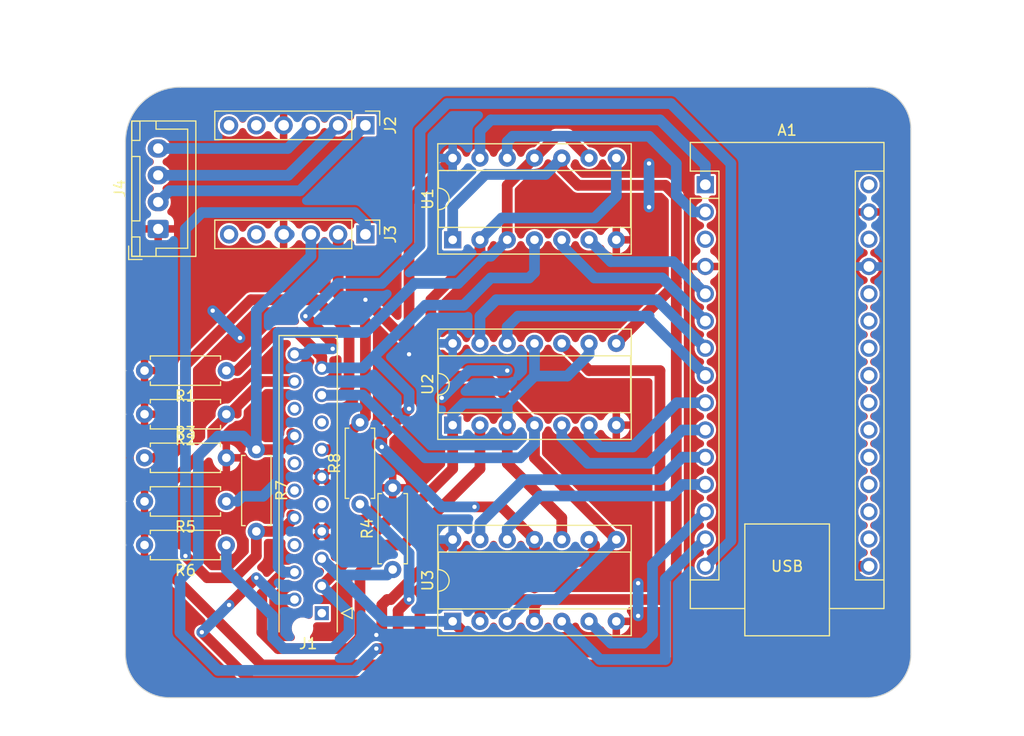
<source format=kicad_pcb>
(kicad_pcb (version 20221018) (generator pcbnew)
  (layers (0 "F.Cu" signal) (31 "B.Cu" signal) (34 "B.Paste" user) (35 "F.Paste" user) (36 "B.SilkS" user "B.Silkscreen") (37 "F.SilkS" user "F.Silkscreen") (38 "B.Mask" user) (39 "F.Mask" user) (44 "Edge.Cuts" user))
  (net 0 "")
  (net 1 "D")
  (net 2 "A")
  (net 4 "B")
  (net 5 "C")
  (net 6 "D'")
  (net 7 "A'")
  (net 8 "B'")
  (net 9 "C'")
  (net 10 "D''")
  (net 11 "A''")
  (net 12 "B''")
  (net 13 "C''")
  (net 24 "+5V")
  (net 27 "1")
  (net 28 "2")
  (net 29 "3")
  (net 30 "4")
  (net 31 "5")
  (net 32 "6")
  (net 33 "8")
  (net 34 "9")
  (net 35 "10")
  (net 36 "11")
  (net 37 "12")
  (net 38 "13")
  (net 39 "14")
  (net 40 "15")
  (net 41 "16")
  (net 42 "17")
  (net 43 "18")
  (net 44 "19")
  (net 45 "20")
  (net 46 "3V3")
  (net 47 "SCL2")
  (net 48 "SDA2")
  (footprint "Resistor_THT:R_Axial_DIN0207_L6.3mm_D2.5mm_P7.62mm_Horizontal" (layer "F.Cu") (at 59.69 89.916)
    (fp_text reference "R3" (at 3.81 -2.37) (layer "F.SilkS"))
    (fp_text value "20k")
    (pad "1" thru_hole circle (at 0 0) (size 1.6 1.6) (drill 0.8) (layers "*.Cu" "*.Mask") (net 42 "17"))
    (pad "2" thru_hole oval (at 7.62 0) (size 1.6 1.6) (drill 0.8) (layers "*.Cu" "*.Mask") (net 36 "11"))
  )
  (footprint "Package_DIP:DIP-14_W7.62mm_Socket" (layer "F.Cu") (at 88.392 105.156 90)
    (fp_text reference "U3" (at 3.81 -2.33 90) (layer "F.SilkS"))
    (fp_text value "~")
    (pad "1" thru_hole rect (at 0 0 90) (size 1.6 1.6) (drill 0.8) (layers "*.Cu" "*.Mask") (net 31 "5"))
    (pad "2" thru_hole oval (at 0 2.54 90) (size 1.6 1.6) (drill 0.8) (layers "*.Cu" "*.Mask") (net 43 "18"))
    (pad "3" thru_hole oval (at 0 5.08 90) (size 1.6 1.6) (drill 0.8) (layers "*.Cu" "*.Mask") (net 42 "17"))
    (pad "4" thru_hole oval (at 0 7.62 90) (size 1.6 1.6) (drill 0.8) (layers "*.Cu" "*.Mask") (net 43 "18"))
    (pad "5" thru_hole oval (at 0 10.16 90) (size 1.6 1.6) (drill 0.8) (layers "*.Cu" "*.Mask") (net 12 "B''"))
    (pad "6" thru_hole oval (at 0 12.7 90) (size 1.6 1.6) (drill 0.8) (layers "*.Cu" "*.Mask") (net 13 "C''"))
    (pad "7" thru_hole oval (at 0 15.24 90) (size 1.6 1.6) (drill 0.8) (layers "*.Cu" "*.Mask") (net 36 "11"))
    (pad "8" thru_hole oval (at 7.62 15.24 90) (size 1.6 1.6) (drill 0.8) (layers "*.Cu" "*.Mask") (net 42 "17"))
    (pad "9" thru_hole oval (at 7.62 12.7 90) (size 1.6 1.6) (drill 0.8) (layers "*.Cu" "*.Mask") (net 44 "19"))
    (pad "10" thru_hole oval (at 7.62 10.16 90) (size 1.6 1.6) (drill 0.8) (layers "*.Cu" "*.Mask") (net 29 "3"))
    (pad "11" thru_hole oval (at 7.62 7.62 90) (size 1.6 1.6) (drill 0.8) (layers "*.Cu" "*.Mask") (net 44 "19"))
    (pad "12" thru_hole oval (at 7.62 5.08 90) (size 1.6 1.6) (drill 0.8) (layers "*.Cu" "*.Mask") (net 10 "D''"))
    (pad "13" thru_hole oval (at 7.62 2.54 90) (size 1.6 1.6) (drill 0.8) (layers "*.Cu" "*.Mask") (net 11 "A''"))
    (pad "14" thru_hole oval (at 7.62 0 90) (size 1.6 1.6) (drill 0.8) (layers "*.Cu" "*.Mask") (net 24 "+5V"))
  )
  (footprint "Connector_PinHeader_2.54mm:PinHeader_1x06_P2.54mm_Vertical" (layer "F.Cu") (at 80.264 58.928 -90)
    (fp_text reference "J2" (at 0 -2.33 90) (layer "F.SilkS"))
    (fp_text value "Conn_01x04_Pin")
    (pad "1" thru_hole rect (at 0 0 270) (size 1.7 1.7) (drill 1) (layers "*.Cu" "*.Mask") (net 47 "SCL2"))
    (pad "2" thru_hole oval (at 0 2.54 270) (size 1.7 1.7) (drill 1) (layers "*.Cu" "*.Mask") (net 48 "SDA2"))
    (pad "3" thru_hole oval (at 0 5.08 270) (size 1.7 1.7) (drill 1) (layers "*.Cu" "*.Mask") (net 46 "3V3"))
    (pad "4" thru_hole oval (at 0 7.62 270) (size 1.7 1.7) (drill 1) (layers "*.Cu" "*.Mask") (net 36 "11"))
    (pad "5" thru_hole oval (at 0 10.16 270) (size 1.7 1.7) (drill 1) (layers "*.Cu" "*.Mask"))
    (pad "6" thru_hole oval (at 0 12.7 270) (size 1.7 1.7) (drill 1) (layers "*.Cu" "*.Mask"))
  )
  (footprint "Resistor_THT:R_Axial_DIN0207_L6.3mm_D2.5mm_P7.62mm_Horizontal" (layer "F.Cu") (at 67.31 93.98 180)
    (fp_text reference "R5" (at 3.81 -2.37) (layer "F.SilkS"))
    (fp_text value "20k")
    (pad "1" thru_hole circle (at 0 0 180) (size 1.6 1.6) (drill 0.8) (layers "*.Cu" "*.Mask") (net 30 "4"))
    (pad "2" thru_hole oval (at 7.62 0 180) (size 1.6 1.6) (drill 0.8) (layers "*.Cu" "*.Mask") (net 36 "11"))
  )
  (footprint "Package_DIP:DIP-14_W7.62mm_Socket" (layer "F.Cu") (at 88.392 69.596 90)
    (fp_text reference "U1" (at 3.81 -2.33 90) (layer "F.SilkS"))
    (fp_text value "~")
    (pad "1" thru_hole rect (at 0 0 90) (size 1.6 1.6) (drill 0.8) (layers "*.Cu" "*.Mask") (net 31 "5"))
    (pad "2" thru_hole oval (at 0 2.54 90) (size 1.6 1.6) (drill 0.8) (layers "*.Cu" "*.Mask") (net 42 "17"))
    (pad "3" thru_hole oval (at 0 5.08 90) (size 1.6 1.6) (drill 0.8) (layers "*.Cu" "*.Mask") (net 30 "4"))
    (pad "4" thru_hole oval (at 0 7.62 90) (size 1.6 1.6) (drill 0.8) (layers "*.Cu" "*.Mask") (net 44 "19"))
    (pad "5" thru_hole oval (at 0 10.16 90) (size 1.6 1.6) (drill 0.8) (layers "*.Cu" "*.Mask") (net 4 "B"))
    (pad "6" thru_hole oval (at 0 12.7 90) (size 1.6 1.6) (drill 0.8) (layers "*.Cu" "*.Mask") (net 5 "C"))
    (pad "7" thru_hole oval (at 0 15.24 90) (size 1.6 1.6) (drill 0.8) (layers "*.Cu" "*.Mask") (net 36 "11"))
    (pad "8" thru_hole oval (at 7.62 15.24 90) (size 1.6 1.6) (drill 0.8) (layers "*.Cu" "*.Mask") (net 42 "17"))
    (pad "9" thru_hole oval (at 7.62 12.7 90) (size 1.6 1.6) (drill 0.8) (layers "*.Cu" "*.Mask") (net 30 "4"))
    (pad "10" thru_hole oval (at 7.62 10.16 90) (size 1.6 1.6) (drill 0.8) (layers "*.Cu" "*.Mask") (net 31 "5"))
    (pad "11" thru_hole oval (at 7.62 7.62 90) (size 1.6 1.6) (drill 0.8) (layers "*.Cu" "*.Mask") (net 30 "4"))
    (pad "12" thru_hole oval (at 7.62 5.08 90) (size 1.6 1.6) (drill 0.8) (layers "*.Cu" "*.Mask") (net 1 "D"))
    (pad "13" thru_hole oval (at 7.62 2.54 90) (size 1.6 1.6) (drill 0.8) (layers "*.Cu" "*.Mask") (net 2 "A"))
    (pad "14" thru_hole oval (at 7.62 0 90) (size 1.6 1.6) (drill 0.8) (layers "*.Cu" "*.Mask") (net 24 "+5V"))
  )
  (footprint "Module:Arduino_Nano" (layer "F.Cu") (at 111.923 64.462)
    (fp_text reference "A1" (at 7.62 -5.08) (layer "F.SilkS"))
    (fp_text value "Arduino_Nano_v2.x")
    (fp_text user "USB" (at 7.62 35.56 unlocked) (layer "F.SilkS"))
    (pad "1" thru_hole rect (at 0 0) (size 1.6 1.6) (drill 1) (layers "*.Cu" "*.Mask") (net 2 "A"))
    (pad "2" thru_hole oval (at 0 2.54) (size 1.6 1.6) (drill 1) (layers "*.Cu" "*.Mask") (net 1 "D"))
    (pad "3" thru_hole oval (at 0 5.08) (size 1.6 1.6) (drill 1) (layers "*.Cu" "*.Mask"))
    (pad "4" thru_hole oval (at 0 7.62) (size 1.6 1.6) (drill 1) (layers "*.Cu" "*.Mask") (net 36 "11"))
    (pad "5" thru_hole oval (at 0 10.16) (size 1.6 1.6) (drill 1) (layers "*.Cu" "*.Mask") (net 5 "C"))
    (pad "6" thru_hole oval (at 0 12.7) (size 1.6 1.6) (drill 1) (layers "*.Cu" "*.Mask") (net 4 "B"))
    (pad "7" thru_hole oval (at 0 15.24) (size 1.6 1.6) (drill 1) (layers "*.Cu" "*.Mask") (net 7 "A'"))
    (pad "8" thru_hole oval (at 0 17.78) (size 1.6 1.6) (drill 1) (layers "*.Cu" "*.Mask") (net 6 "D'"))
    (pad "9" thru_hole oval (at 0 20.32) (size 1.6 1.6) (drill 1) (layers "*.Cu" "*.Mask") (net 9 "C'"))
    (pad "10" thru_hole oval (at 0 22.86) (size 1.6 1.6) (drill 1) (layers "*.Cu" "*.Mask") (net 8 "B'"))
    (pad "11" thru_hole oval (at 0 25.4) (size 1.6 1.6) (drill 1) (layers "*.Cu" "*.Mask") (net 11 "A''"))
    (pad "12" thru_hole oval (at 0 27.94) (size 1.6 1.6) (drill 1) (layers "*.Cu" "*.Mask") (net 10 "D''"))
    (pad "13" thru_hole oval (at 0 30.48) (size 1.6 1.6) (drill 1) (layers "*.Cu" "*.Mask") (net 13 "C''"))
    (pad "14" thru_hole oval (at 0 33.02) (size 1.6 1.6) (drill 1) (layers "*.Cu" "*.Mask") (net 12 "B''"))
    (pad "15" thru_hole oval (at 0 35.56) (size 1.6 1.6) (drill 1) (layers "*.Cu" "*.Mask") (net 45 "20"))
    (pad "16" thru_hole oval (at 15.24 35.56) (size 1.6 1.6) (drill 1) (layers "*.Cu" "*.Mask") (net 28 "2"))
    (pad "17" thru_hole oval (at 15.24 33.02) (size 1.6 1.6) (drill 1) (layers "*.Cu" "*.Mask"))
    (pad "18" thru_hole oval (at 15.24 30.48) (size 1.6 1.6) (drill 1) (layers "*.Cu" "*.Mask"))
    (pad "19" thru_hole oval (at 15.24 27.94) (size 1.6 1.6) (drill 1) (layers "*.Cu" "*.Mask"))
    (pad "20" thru_hole oval (at 15.24 25.4) (size 1.6 1.6) (drill 1) (layers "*.Cu" "*.Mask"))
    (pad "21" thru_hole oval (at 15.24 22.86) (size 1.6 1.6) (drill 1) (layers "*.Cu" "*.Mask"))
    (pad "22" thru_hole oval (at 15.24 20.32) (size 1.6 1.6) (drill 1) (layers "*.Cu" "*.Mask"))
    (pad "23" thru_hole oval (at 15.24 17.78) (size 1.6 1.6) (drill 1) (layers "*.Cu" "*.Mask"))
    (pad "24" thru_hole oval (at 15.24 15.24) (size 1.6 1.6) (drill 1) (layers "*.Cu" "*.Mask"))
    (pad "25" thru_hole oval (at 15.24 12.7) (size 1.6 1.6) (drill 1) (layers "*.Cu" "*.Mask"))
    (pad "26" thru_hole oval (at 15.24 10.16) (size 1.6 1.6) (drill 1) (layers "*.Cu" "*.Mask"))
    (pad "27" thru_hole oval (at 15.24 7.62) (size 1.6 1.6) (drill 1) (layers "*.Cu" "*.Mask") (net 24 "+5V"))
    (pad "28" thru_hole oval (at 15.24 5.08) (size 1.6 1.6) (drill 1) (layers "*.Cu" "*.Mask"))
    (pad "29" thru_hole oval (at 15.24 2.54) (size 1.6 1.6) (drill 1) (layers "*.Cu" "*.Mask") (net 36 "11"))
    (pad "30" thru_hole oval (at 15.24 0) (size 1.6 1.6) (drill 1) (layers "*.Cu" "*.Mask"))
  )
  (footprint "Resistor_THT:R_Axial_DIN0207_L6.3mm_D2.5mm_P7.62mm_Horizontal" (layer "F.Cu") (at 67.31 81.788 180)
    (fp_text reference "R1" (at 3.81 -2.37) (layer "F.SilkS"))
    (fp_text value "20k")
    (pad "1" thru_hole circle (at 0 0 180) (size 1.6 1.6) (drill 0.8) (layers "*.Cu" "*.Mask") (net 44 "19"))
    (pad "2" thru_hole oval (at 7.62 0 180) (size 1.6 1.6) (drill 0.8) (layers "*.Cu" "*.Mask") (net 36 "11"))
  )
  (footprint "Resistor_THT:R_Axial_DIN0207_L6.3mm_D2.5mm_P7.62mm_Horizontal" (layer "F.Cu") (at 79.756 94.234 90)
    (fp_text reference "R8" (at 3.81 -2.37 90) (layer "F.SilkS"))
    (fp_text value "10k")
    (pad "1" thru_hole circle (at 0 0 90) (size 1.6 1.6) (drill 0.8) (layers "*.Cu" "*.Mask") (net 39 "14"))
    (pad "2" thru_hole oval (at 7.62 0 90) (size 1.6 1.6) (drill 0.8) (layers "*.Cu" "*.Mask") (net 38 "13"))
  )
  (footprint "Connector_JST:JST_XH_B4B-XH-A_1x04_P2.50mm_Vertical" (layer "F.Cu") (at 60.96 68.58 90)
    (fp_text reference "J4" (at 3.75 -3.55 90) (layer "F.SilkS"))
    (fp_text value "Conn_01x04_Pin")
    (pad "1" thru_hole roundrect (at 0 0 90) (size 1.7 1.95) (drill 0.95) (layers "*.Cu" "*.Mask") (roundrect_rratio 0.1470588235) (net 36 "11"))
    (pad "2" thru_hole oval (at 2.5 0 90) (size 1.7 1.95) (drill 0.95) (layers "*.Cu" "*.Mask") (net 47 "SCL2"))
    (pad "3" thru_hole oval (at 5 0 90) (size 1.7 1.95) (drill 0.95) (layers "*.Cu" "*.Mask") (net 48 "SDA2"))
    (pad "4" thru_hole oval (at 7.5 0 90) (size 1.7 1.95) (drill 0.95) (layers "*.Cu" "*.Mask") (net 46 "3V3"))
  )
  (footprint "Connector_PinHeader_2.54mm:PinHeader_1x06_P2.54mm_Vertical" (layer "F.Cu") (at 80.264 69.088 -90)
    (fp_text reference "J3" (at 0 -2.33 90) (layer "F.SilkS"))
    (fp_text value "Conn_01x04_Pin")
    (pad "1" thru_hole rect (at 0 0 270) (size 1.7 1.7) (drill 1) (layers "*.Cu" "*.Mask") (net 33 "8"))
    (pad "2" thru_hole oval (at 0 2.54 270) (size 1.7 1.7) (drill 1) (layers "*.Cu" "*.Mask") (net 38 "13"))
    (pad "3" thru_hole oval (at 0 5.08 270) (size 1.7 1.7) (drill 1) (layers "*.Cu" "*.Mask") (net 39 "14"))
    (pad "4" thru_hole oval (at 0 7.62 270) (size 1.7 1.7) (drill 1) (layers "*.Cu" "*.Mask") (net 36 "11"))
    (pad "5" thru_hole oval (at 0 10.16 270) (size 1.7 1.7) (drill 1) (layers "*.Cu" "*.Mask"))
    (pad "6" thru_hole oval (at 0 12.7 270) (size 1.7 1.7) (drill 1) (layers "*.Cu" "*.Mask"))
  )
  (footprint "Resistor_THT:R_Axial_DIN0207_L6.3mm_D2.5mm_P7.62mm_Horizontal" (layer "F.Cu") (at 82.804 100.33 90)
    (fp_text reference "R4" (at 3.81 -2.37 90) (layer "F.SilkS"))
    (fp_text value "20k")
    (pad "1" thru_hole circle (at 0 0 90) (size 1.6 1.6) (drill 0.8) (layers "*.Cu" "*.Mask") (net 31 "5"))
    (pad "2" thru_hole oval (at 7.62 0 90) (size 1.6 1.6) (drill 0.8) (layers "*.Cu" "*.Mask") (net 36 "11"))
  )
  (footprint "Resistor_THT:R_Axial_DIN0207_L6.3mm_D2.5mm_P7.62mm_Horizontal" (layer "F.Cu") (at 67.31 85.852 180)
    (fp_text reference "R2" (at 3.81 -2.37) (layer "F.SilkS"))
    (fp_text value "20k")
    (pad "1" thru_hole circle (at 0 0 180) (size 1.6 1.6) (drill 0.8) (layers "*.Cu" "*.Mask") (net 43 "18"))
    (pad "2" thru_hole oval (at 7.62 0 180) (size 1.6 1.6) (drill 0.8) (layers "*.Cu" "*.Mask") (net 36 "11"))
  )
  (footprint "Resistor_THT:R_Axial_DIN0207_L6.3mm_D2.5mm_P7.62mm_Horizontal" (layer "F.Cu") (at 67.31 98.044 180)
    (fp_text reference "R6" (at 3.81 -2.37) (layer "F.SilkS"))
    (fp_text value "20k")
    (pad "1" thru_hole circle (at 0 0 180) (size 1.6 1.6) (drill 0.8) (layers "*.Cu" "*.Mask") (net 29 "3"))
    (pad "2" thru_hole oval (at 7.62 0 180) (size 1.6 1.6) (drill 0.8) (layers "*.Cu" "*.Mask") (net 36 "11"))
  )
  (footprint "Package_DIP:DIP-14_W7.62mm_Socket" (layer "F.Cu") (at 88.392 86.868 90)
    (fp_text reference "U2" (at 3.81 -2.33 90) (layer "F.SilkS"))
    (fp_text value "~")
    (pad "1" thru_hole rect (at 0 0 90) (size 1.6 1.6) (drill 0.8) (layers "*.Cu" "*.Mask") (net 29 "3"))
    (pad "2" thru_hole oval (at 0 2.54 90) (size 1.6 1.6) (drill 0.8) (layers "*.Cu" "*.Mask") (net 30 "4"))
    (pad "3" thru_hole oval (at 0 5.08 90) (size 1.6 1.6) (drill 0.8) (layers "*.Cu" "*.Mask") (net 29 "3"))
    (pad "4" thru_hole oval (at 0 7.62 90) (size 1.6 1.6) (drill 0.8) (layers "*.Cu" "*.Mask") (net 42 "17"))
    (pad "5" thru_hole oval (at 0 10.16 90) (size 1.6 1.6) (drill 0.8) (layers "*.Cu" "*.Mask") (net 8 "B'"))
    (pad "6" thru_hole oval (at 0 12.7 90) (size 1.6 1.6) (drill 0.8) (layers "*.Cu" "*.Mask") (net 9 "C'"))
    (pad "7" thru_hole oval (at 0 15.24 90) (size 1.6 1.6) (drill 0.8) (layers "*.Cu" "*.Mask") (net 36 "11"))
    (pad "8" thru_hole oval (at 7.62 15.24 90) (size 1.6 1.6) (drill 0.8) (layers "*.Cu" "*.Mask") (net 31 "5"))
    (pad "9" thru_hole oval (at 7.62 12.7 90) (size 1.6 1.6) (drill 0.8) (layers "*.Cu" "*.Mask") (net 29 "3"))
    (pad "10" thru_hole oval (at 7.62 10.16 90) (size 1.6 1.6) (drill 0.8) (layers "*.Cu" "*.Mask") (net 43 "18"))
    (pad "11" thru_hole oval (at 7.62 7.62 90) (size 1.6 1.6) (drill 0.8) (layers "*.Cu" "*.Mask") (net 29 "3"))
    (pad "12" thru_hole oval (at 7.62 5.08 90) (size 1.6 1.6) (drill 0.8) (layers "*.Cu" "*.Mask") (net 6 "D'"))
    (pad "13" thru_hole oval (at 7.62 2.54 90) (size 1.6 1.6) (drill 0.8) (layers "*.Cu" "*.Mask") (net 7 "A'"))
    (pad "14" thru_hole oval (at 7.62 0 90) (size 1.6 1.6) (drill 0.8) (layers "*.Cu" "*.Mask") (net 24 "+5V"))
  )
  (footprint "Connector_TE-Connectivity:TE_Micro-MaTch_2-215079-0_2x10_P1.27mm_Vertical" (layer "F.Cu") (at 76.2 104.394 180)
    (fp_text reference "J1" (at 1.27 -2.84) (layer "F.SilkS"))
    (fp_text value "Grey_Ribbon_Main_PCB")
    (pad "" np_thru_hole circle (at 1.8 -1.4 180) (size 1.5 1.5) (drill 1.5) (layers "*.Cu" "*.Mask"))
    (pad "1" thru_hole rect (at 0 0 180) (size 1.3 1.3) (drill 0.8) (layers "*.Cu" "*.Mask") (net 27 "1"))
    (pad "2" thru_hole circle (at 2.54 1.27 180) (size 1.3 1.3) (drill 0.8) (layers "*.Cu" "*.Mask") (net 28 "2"))
    (pad "3" thru_hole circle (at 0 2.54 180) (size 1.3 1.3) (drill 0.8) (layers "*.Cu" "*.Mask") (net 29 "3"))
    (pad "4" thru_hole circle (at 2.54 3.81 180) (size 1.3 1.3) (drill 0.8) (layers "*.Cu" "*.Mask") (net 30 "4"))
    (pad "5" thru_hole circle (at 0 5.08 180) (size 1.3 1.3) (drill 0.8) (layers "*.Cu" "*.Mask") (net 31 "5"))
    (pad "6" thru_hole circle (at 2.54 6.35 180) (size 1.3 1.3) (drill 0.8) (layers "*.Cu" "*.Mask") (net 32 "6"))
    (pad "7" thru_hole circle (at 0 7.62 180) (size 1.3 1.3) (drill 0.8) (layers "*.Cu" "*.Mask") (net 36 "11"))
    (pad "8" thru_hole circle (at 2.54 8.89 180) (size 1.3 1.3) (drill 0.8) (layers "*.Cu" "*.Mask") (net 33 "8"))
    (pad "9" thru_hole circle (at 0 10.16 180) (size 1.3 1.3) (drill 0.8) (layers "*.Cu" "*.Mask") (net 34 "9"))
    (pad "10" thru_hole circle (at 2.54 11.43 180) (size 1.3 1.3) (drill 0.8) (layers "*.Cu" "*.Mask") (net 35 "10"))
    (pad "11" thru_hole circle (at 0 12.7 180) (size 1.3 1.3) (drill 0.8) (layers "*.Cu" "*.Mask") (net 36 "11"))
    (pad "12" thru_hole circle (at 2.54 13.97 180) (size 1.3 1.3) (drill 0.8) (layers "*.Cu" "*.Mask") (net 37 "12"))
    (pad "13" thru_hole circle (at 0 15.24 180) (size 1.3 1.3) (drill 0.8) (layers "*.Cu" "*.Mask") (net 38 "13"))
    (pad "14" thru_hole circle (at 2.54 16.51 180) (size 1.3 1.3) (drill 0.8) (layers "*.Cu" "*.Mask") (net 39 "14"))
    (pad "15" thru_hole circle (at 0 17.78 180) (size 1.3 1.3) (drill 0.8) (layers "*.Cu" "*.Mask") (net 40 "15"))
    (pad "16" thru_hole circle (at 2.54 19.05 180) (size 1.3 1.3) (drill 0.8) (layers "*.Cu" "*.Mask") (net 41 "16"))
    (pad "17" thru_hole circle (at 0 20.32 180) (size 1.3 1.3) (drill 0.8) (layers "*.Cu" "*.Mask") (net 42 "17"))
    (pad "18" thru_hole circle (at 2.54 21.59 180) (size 1.3 1.3) (drill 0.8) (layers "*.Cu" "*.Mask") (net 43 "18"))
    (pad "19" thru_hole circle (at 0 22.86 180) (size 1.3 1.3) (drill 0.8) (layers "*.Cu" "*.Mask") (net 44 "19"))
    (pad "20" thru_hole circle (at 2.54 24.13 180) (size 1.3 1.3) (drill 0.8) (layers "*.Cu" "*.Mask") (net 45 "20"))
  )
  (footprint "Resistor_THT:R_Axial_DIN0207_L6.3mm_D2.5mm_P7.62mm_Horizontal" (layer "F.Cu") (at 70.104 89.154 -90)
    (fp_text reference "R7" (at 3.81 -2.37 90) (layer "F.SilkS"))
    (fp_text value "10k")
    (pad "1" thru_hole circle (at 0 0 270) (size 1.6 1.6) (drill 0.8) (layers "*.Cu" "*.Mask") (net 39 "14"))
    (pad "2" thru_hole oval (at 7.62 0 270) (size 1.6 1.6) (drill 0.8) (layers "*.Cu" "*.Mask") (net 33 "8"))
  )
  (gr_line (start 61.976 112.268) (end 127 112.268) (stroke (width 0.1)) (layer "Edge.Cuts"))
  (gr_line (start 57.912 60.452) (end 57.912 108.204) (stroke (width 0.1)) (layer "Edge.Cuts"))
  (gr_arc (start 131.064 108.204) (mid 129.873682 111.077682) (end 127 112.268) (stroke (width 0.1)) (layer "Edge.Cuts"))
  (gr_arc (start 61.976 112.268) (mid 59.102318 111.077682) (end 57.912 108.204) (stroke (width 0.1)) (layer "Edge.Cuts"))
  (gr_line (start 131.064 108.204) (end 131.064 59.261682) (stroke (width 0.1)) (layer "Edge.Cuts"))
  (gr_arc (start 127 55.372) (mid 129.862659 56.448956) (end 131.064 59.261682) (stroke (width 0.1)) (layer "Edge.Cuts"))
  (gr_line (start 127 55.372) (end 63.028102 55.372) (stroke (width 0.1)) (layer "Edge.Cuts"))
  (gr_arc (start 57.912 60.452) (mid 59.412678 56.847121) (end 63.028102 55.372) (stroke (width 0.1)) (layer "Edge.Cuts"))
  (segment (start 109.22 62.484) (end 106.68 59.944) (width 1) (layer "B.Cu") (net 1))
  (segment (start 111.923 67.002) (end 110.79163 67.002) (width 1) (layer "B.Cu") (net 1))
  (segment (start 93.472 60.452) (end 93.472 61.976) (width 1) (layer "B.Cu") (net 1))
  (segment (start 110.79163 67.002) (end 109.22 65.43037) (width 1) (layer "B.Cu") (net 1))
  (segment (start 93.98 59.944) (end 93.472 60.452) (width 1) (layer "B.Cu") (net 1))
  (segment (start 106.68 59.944) (end 93.98 59.944) (width 1) (layer "B.Cu") (net 1))
  (segment (start 109.22 65.43037) (end 109.22 62.484) (width 1) (layer "B.Cu") (net 1))
  (segment (start 107.696 58.42) (end 91.948 58.42) (width 1) (layer "B.Cu") (net 2))
  (segment (start 91.948 58.42) (end 90.932 59.436) (width 1) (layer "B.Cu") (net 2))
  (segment (start 111.923 64.462) (end 111.923 62.647) (width 1) (layer "B.Cu") (net 2))
  (segment (start 111.923 62.647) (end 107.696 58.42) (width 1) (layer "B.Cu") (net 2))
  (segment (start 90.932 59.436) (end 90.932 61.976) (width 1) (layer "B.Cu") (net 2))
  (segment (start 111.923 77.162) (end 107.913 73.152) (width 1) (layer "B.Cu") (net 4))
  (segment (start 101.6 73.152) (end 98.552 70.104) (width 1) (layer "B.Cu") (net 4))
  (segment (start 98.552 70.104) (end 98.552 69.596) (width 1) (layer "B.Cu") (net 4))
  (segment (start 107.913 73.152) (end 101.6 73.152) (width 1) (layer "B.Cu") (net 4))
  (segment (start 111.923 74.622) (end 108.929 71.628) (width 1) (layer "B.Cu") (net 5))
  (segment (start 103.124 71.628) (end 101.092 69.596) (width 1) (layer "B.Cu") (net 5))
  (segment (start 108.929 71.628) (end 103.124 71.628) (width 1) (layer "B.Cu") (net 5))
  (segment (start 111.923 82.242) (end 106.68 76.999) (width 1) (layer "B.Cu") (net 6))
  (segment (start 93.472 77.724) (end 93.472 79.248) (width 1) (layer "B.Cu") (net 6))
  (segment (start 106.68 76.999) (end 106.68 76.708) (width 1) (layer "B.Cu") (net 6))
  (segment (start 106.68 76.708) (end 94.488 76.708) (width 1) (layer "B.Cu") (net 6))
  (segment (start 94.488 76.708) (end 93.472 77.724) (width 1) (layer "B.Cu") (net 6))
  (segment (start 90.932 76.708) (end 90.932 79.248) (width 1) (layer "B.Cu") (net 7))
  (segment (start 111.923 79.702) (end 107.405 75.184) (width 1) (layer "B.Cu") (net 7))
  (segment (start 92.456 75.184) (end 90.932 76.708) (width 1) (layer "B.Cu") (net 7))
  (segment (start 107.405 75.184) (end 92.456 75.184) (width 1) (layer "B.Cu") (net 7))
  (segment (start 106.68 90.424) (end 100.97663 90.424) (width 1) (layer "B.Cu") (net 8))
  (segment (start 111.923 87.322) (end 109.782 87.322) (width 1) (layer "B.Cu") (net 8))
  (segment (start 109.782 87.322) (end 106.68 90.424) (width 1) (layer "B.Cu") (net 8))
  (segment (start 100.97663 90.424) (end 98.552 87.99937) (width 1) (layer "B.Cu") (net 8))
  (segment (start 98.552 87.99937) (end 98.552 86.868) (width 1) (layer "B.Cu") (net 8))
  (segment (start 111.923 84.782) (end 109.274 84.782) (width 1) (layer "B.Cu") (net 9))
  (segment (start 101.092 87.884) (end 101.092 86.868) (width 1) (layer "B.Cu") (net 9))
  (segment (start 105.156 88.9) (end 102.108 88.9) (width 1) (layer "B.Cu") (net 9))
  (segment (start 109.274 84.782) (end 105.156 88.9) (width 1) (layer "B.Cu") (net 9))
  (segment (start 102.108 88.9) (end 101.092 87.884) (width 1) (layer "B.Cu") (net 9))
  (segment (start 111.923 92.402) (end 109.782 92.402) (width 1) (layer "B.Cu") (net 10))
  (segment (start 108.712 93.472) (end 96.52 93.472) (width 1) (layer "B.Cu") (net 10))
  (segment (start 109.782 92.402) (end 108.712 93.472) (width 1) (layer "B.Cu") (net 10))
  (segment (start 96.52 93.472) (end 93.472 96.52) (width 1) (layer "B.Cu") (net 10))
  (segment (start 93.472 96.52) (end 93.472 97.536) (width 1) (layer "B.Cu") (net 10))
  (segment (start 111.923 89.862) (end 109.782 89.862) (width 1) (layer "B.Cu") (net 11))
  (segment (start 109.782 89.862) (end 107.696 91.948) (width 1) (layer "B.Cu") (net 11))
  (segment (start 94.996 91.948) (end 90.932 96.012) (width 1) (layer "B.Cu") (net 11))
  (segment (start 107.696 91.948) (end 94.996 91.948) (width 1) (layer "B.Cu") (net 11))
  (segment (start 90.932 96.012) (end 90.932 97.536) (width 1) (layer "B.Cu") (net 11))
  (segment (start 108.204 108.712) (end 102.108 108.712) (width 1) (layer "B.Cu") (net 12))
  (segment (start 108.204 101.201) (end 108.204 108.712) (width 1) (layer "B.Cu") (net 12))
  (segment (start 111.923 97.482) (end 108.204 101.201) (width 1) (layer "B.Cu") (net 12))
  (segment (start 102.108 108.712) (end 98.552 105.156) (width 1) (layer "B.Cu") (net 12))
  (segment (start 103.124 107.188) (end 101.092 105.156) (width 1) (layer "B.Cu") (net 13))
  (segment (start 107.004 106.356) (end 106.172 107.188) (width 1) (layer "B.Cu") (net 13))
  (segment (start 111.923 94.942) (end 107.004 99.861) (width 1) (layer "B.Cu") (net 13))
  (segment (start 106.172 107.188) (end 103.124 107.188) (width 1) (layer "B.Cu") (net 13))
  (segment (start 107.004 99.861) (end 107.004 106.356) (width 1) (layer "B.Cu") (net 13))
  (segment (start 81.788 103.632) (end 81.788 105.918) (width 1) (layer "F.Cu") (net 24))
  (segment (start 82.296 103.124) (end 81.788 103.632) (width 1) (layer "F.Cu") (net 24))
  (segment (start 84.328 79.248) (end 80.264 75.184) (width 1) (layer "F.Cu") (net 24))
  (segment (start 84.328 80.264) (end 84.328 79.248) (width 1) (layer "F.Cu") (net 24))
  (segment (start 84.328 66.04) (end 88.392 61.976) (width 1) (layer "F.Cu") (net 24))
  (segment (start 84.328 80.264) (end 84.328 66.04) (width 1) (layer "F.Cu") (net 24))
  (segment (start 88.218944 97.536) (end 88.392 97.536) (width 1) (layer "F.Cu") (net 24))
  (segment (start 82.630944 103.124) (end 88.218944 97.536) (width 1) (layer "F.Cu") (net 24))
  (segment (start 82.296 103.124) (end 82.630944 103.124) (width 1) (layer "F.Cu") (net 24))
  (segment (start 81.788 105.918) (end 81.28 106.426) (width 1) (layer "F.Cu") (net 24))
  (via (at 84.328 80.264) (size 0.8) (drill 0.4) (layers "F.Cu" "B.Cu") (net 24))
  (via (at 80.264 75.184) (size 0.8) (drill 0.4) (layers "F.Cu" "B.Cu") (net 24))
  (via (at 81.28 106.426) (size 0.8) (drill 0.4) (layers "F.Cu" "B.Cu") (net 24))
  (segment (start 113.284 103.124) (end 116.386 100.022) (width 1) (layer "F.Cu") (net 28))
  (segment (start 111.252 109.22) (end 111.252 103.124) (width 1) (layer "F.Cu") (net 28))
  (segment (start 69.596 110.744) (end 109.728 110.744) (width 1) (layer "F.Cu") (net 28))
  (segment (start 111.252 103.124) (end 113.284 103.124) (width 1) (layer "F.Cu") (net 28))
  (segment (start 65.024 106.172) (end 69.596 110.744) (width 1) (layer "F.Cu") (net 28))
  (segment (start 70.104 101.092) (end 67.564 103.632) (width 1) (layer "F.Cu") (net 28))
  (segment (start 109.728 110.744) (end 111.252 109.22) (width 1) (layer "F.Cu") (net 28))
  (segment (start 116.386 100.022) (end 127.163 100.022) (width 1) (layer "F.Cu") (net 28))
  (via (at 70.104 101.092) (size 0.8) (drill 0.4) (layers "F.Cu" "B.Cu") (net 28))
  (via (at 67.564 103.632) (size 0.8) (drill 0.4) (layers "F.Cu" "B.Cu") (net 28))
  (via (at 65.024 106.172) (size 0.8) (drill 0.4) (layers "F.Cu" "B.Cu") (net 28))
  (segment (start 67.564 103.632) (end 65.024 106.172) (width 1) (layer "B.Cu") (net 28))
  (segment (start 72.136 103.124) (end 70.104 101.092) (width 1) (layer "B.Cu") (net 28))
  (segment (start 73.66 103.124) (end 72.136 103.124) (width 1) (layer "B.Cu") (net 28))
  (segment (start 98.552 95.504) (end 98.552 97.536) (width 1) (layer "F.Cu") (net 29))
  (segment (start 82.55 95.504) (end 83.82 95.504) (width 1) (layer "F.Cu") (net 29))
  (segment (start 83.82 95.504) (end 88.392 90.932) (width 1) (layer "F.Cu") (net 29))
  (segment (start 93.472 86.868) (end 93.472 90.424) (width 1) (layer "F.Cu") (net 29))
  (segment (start 93.472 90.424) (end 98.552 95.504) (width 1) (layer "F.Cu") (net 29))
  (segment (start 88.392 90.932) (end 88.392 86.868) (width 1) (layer "F.Cu") (net 29))
  (segment (start 76.2 101.854) (end 82.55 95.504) (width 1) (layer "F.Cu") (net 29))
  (segment (start 78.74 106.172) (end 77.216 107.696) (width 1) (layer "B.Cu") (net 29))
  (segment (start 88.392 86.868) (end 88.392 85.852) (width 1) (layer "B.Cu") (net 29))
  (segment (start 96.012 82.296) (end 99.06 82.296) (width 1) (layer "B.Cu") (net 29))
  (segment (start 77.216 107.696) (end 72.644 107.696) (width 1) (layer "B.Cu") (net 29))
  (segment (start 78.74 104.394) (end 78.74 106.172) (width 1) (layer "B.Cu") (net 29))
  (segment (start 96.012 79.248) (end 96.012 82.296) (width 1) (layer "B.Cu") (net 29))
  (segment (start 99.06 82.296) (end 101.092 80.264) (width 1) (layer "B.Cu") (net 29))
  (segment (start 88.392 85.852) (end 89.408 84.836) (width 1) (layer "B.Cu") (net 29))
  (segment (start 71.628 104.648) (end 67.31 100.33) (width 1) (layer "B.Cu") (net 29))
  (segment (start 93.472 84.836) (end 93.472 86.868) (width 1) (layer "B.Cu") (net 29))
  (segment (start 67.31 100.33) (end 67.31 98.044) (width 1) (layer "B.Cu") (net 29))
  (segment (start 101.092 80.264) (end 101.092 79.248) (width 1) (layer "B.Cu") (net 29))
  (segment (start 72.644 107.696) (end 71.628 106.68) (width 1) (layer "B.Cu") (net 29))
  (segment (start 96.012 82.296) (end 93.472 84.836) (width 1) (layer "B.Cu") (net 29))
  (segment (start 89.408 84.836) (end 93.472 84.836) (width 1) (layer "B.Cu") (net 29))
  (segment (start 71.628 106.68) (end 71.628 104.648) (width 1) (layer "B.Cu") (net 29))
  (segment (start 76.2 101.854) (end 78.74 104.394) (width 1) (layer "B.Cu") (net 29))
  (segment (start 99.06 59.944) (end 101.092 61.976) (width 1) (layer "F.Cu") (net 30))
  (segment (start 93.472 64.516) (end 96.012 61.976) (width 1) (layer "F.Cu") (net 30))
  (segment (start 73.66 100.584) (end 72.644 100.584) (width 1) (layer "F.Cu") (net 30))
  (segment (start 93.472 69.596) (end 93.472 64.516) (width 1) (layer "F.Cu") (net 30))
  (segment (start 82.296 98.044) (end 83.82 98.044) (width 1) (layer "F.Cu") (net 30))
  (segment (start 79.756 106.68) (end 79.756 100.584) (width 1) (layer "F.Cu") (net 30))
  (segment (start 70.612 102.616) (end 70.612 106.172) (width 1) (layer "F.Cu") (net 30))
  (segment (start 83.82 98.044) (end 90.932 90.932) (width 1) (layer "F.Cu") (net 30))
  (segment (start 90.932 90.932) (end 90.932 86.868) (width 1) (layer "F.Cu") (net 30))
  (segment (start 72.136 107.696) (end 78.74 107.696) (width 1) (layer "F.Cu") (net 30))
  (segment (start 96.012 61.976) (end 98.044 59.944) (width 1) (layer "F.Cu") (net 30))
  (segment (start 70.612 106.172) (end 72.136 107.696) (width 1) (layer "F.Cu") (net 30))
  (segment (start 98.044 59.944) (end 99.06 59.944) (width 1) (layer "F.Cu") (net 30))
  (segment (start 72.644 100.584) (end 70.612 102.616) (width 1) (layer "F.Cu") (net 30))
  (segment (start 78.74 107.696) (end 79.756 106.68) (width 1) (layer "F.Cu") (net 30))
  (segment (start 79.756 100.584) (end 82.296 98.044) (width 1) (layer "F.Cu") (net 30))
  (segment (start 88.9 73.66) (end 91.44 71.12) (width 1) (layer "B.Cu") (net 30))
  (segment (start 70.725321 93.496) (end 72.136 92.085321) (width 1) (layer "B.Cu") (net 30))
  (segment (start 68.81 93.496) (end 70.725321 93.496) (width 1) (layer "B.Cu") (net 30))
  (segment (start 72.136 100.076) (end 72.644 100.584) (width 1) (layer "B.Cu") (net 30))
  (segment (start 91.948 71.12) (end 93.472 69.596) (width 1) (layer "B.Cu") (net 30))
  (segment (start 72.136 92.085321) (end 72.136 100.076) (width 1) (layer "B.Cu") (net 30))
  (segment (start 68.326 93.98) (end 68.81 93.496) (width 1) (layer "B.Cu") (net 30))
  (segment (start 80.264 78.232) (end 84.836 73.66) (width 1) (layer "B.Cu") (net 30))
  (segment (start 72.644 100.584) (end 73.66 100.584) (width 1) (layer "B.Cu") (net 30))
  (segment (start 84.836 73.66) (end 88.9 73.66) (width 1) (layer "B.Cu") (net 30))
  (segment (start 72.136 78.232) (end 80.264 78.232) (width 1) (layer "B.Cu") (net 30))
  (segment (start 91.44 71.12) (end 91.948 71.12) (width 1) (layer "B.Cu") (net 30))
  (segment (start 72.136 92.085321) (end 72.136 78.232) (width 1) (layer "B.Cu") (net 30))
  (segment (start 100.076 64.516) (end 98.552 62.992) (width 1) (layer "F.Cu") (net 31))
  (segment (start 92.456 109.22) (end 88.392 105.156) (width 1) (layer "F.Cu") (net 31))
  (segment (start 98.552 62.992) (end 98.552 61.976) (width 1) (layer "F.Cu") (net 31))
  (segment (start 109.22 73.66) (end 109.22 108.712) (width 1) (layer "F.Cu") (net 31))
  (segment (start 109.22 73.66) (end 109.22 65.532) (width 1) (layer "F.Cu") (net 31))
  (segment (start 109.22 65.532) (end 108.204 64.516) (width 1) (layer "F.Cu") (net 31))
  (segment (start 109.22 108.712) (end 108.712 109.22) (width 1) (layer "F.Cu") (net 31))
  (segment (start 103.632 79.248) (end 109.22 73.66) (width 1) (layer "F.Cu") (net 31))
  (segment (start 108.712 109.22) (end 92.456 109.22) (width 1) (layer "F.Cu") (net 31))
  (segment (start 108.204 64.516) (end 100.076 64.516) (width 1) (layer "F.Cu") (net 31))
  (segment (start 82.296 100.838) (end 77.724 100.838) (width 1) (layer "B.Cu") (net 31))
  (segment (start 97.028 63.5) (end 91.44 63.5) (width 1) (layer "B.Cu") (net 31))
  (segment (start 77.724 100.838) (end 76.2 99.314) (width 1) (layer "B.Cu") (net 31))
  (segment (start 88.392 66.548) (end 88.392 69.596) (width 1) (layer "B.Cu") (net 31))
  (segment (start 98.552 61.976) (end 97.028 63.5) (width 1) (layer "B.Cu") (net 31))
  (segment (start 88.392 105.156) (end 82.042 105.156) (width 1) (layer "B.Cu") (net 31))
  (segment (start 91.44 63.5) (end 88.392 66.548) (width 1) (layer "B.Cu") (net 31))
  (segment (start 82.042 105.156) (end 76.2 99.314) (width 1) (layer "B.Cu") (net 31))
  (segment (start 70.104 99.06) (end 68.072 101.092) (width 1) (layer "F.Cu") (net 33))
  (segment (start 72.39 96.774) (end 73.66 95.504) (width 1) (layer "F.Cu") (net 33))
  (segment (start 70.104 96.774) (end 70.104 99.06) (width 1) (layer "F.Cu") (net 33))
  (segment (start 70.104 96.774) (end 72.39 96.774) (width 1) (layer "F.Cu") (net 33))
  (segment (start 73.406 95.25) (end 73.66 95.504) (width 1) (layer "F.Cu") (net 33))
  (segment (start 65.532 101.092) (end 63.5 99.06) (width 1) (layer "F.Cu") (net 33))
  (segment (start 68.072 101.092) (end 65.532 101.092) (width 1) (layer "F.Cu") (net 33))
  (via (at 63.5 99.06) (size 0.8) (drill 0.4) (layers "F.Cu" "B.Cu") (net 33))
  (segment (start 79.248 67.056) (end 80.264 68.072) (width 1) (layer "B.Cu") (net 33))
  (segment (start 63.5 99.06) (end 63.5 68.58) (width 1) (layer "B.Cu") (net 33))
  (segment (start 63.5 68.58) (end 65.024 67.056) (width 1) (layer "B.Cu") (net 33))
  (segment (start 65.024 67.056) (end 79.248 67.056) (width 1) (layer "B.Cu") (net 33))
  (segment (start 80.264 68.072) (end 80.264 69.088) (width 1) (layer "B.Cu") (net 33))
  (via (at 106.68 66.548) (size 0.8) (drill 0.4) (layers "F.Cu" "B.Cu") (net 36))
  (via (at 93.472 81.788) (size 0.8) (drill 0.4) (layers "F.Cu" "B.Cu") (net 36))
  (via (at 66.04 76.2) (size 0.8) (drill 0.4) (layers "F.Cu" "B.Cu") (net 36))
  (via (at 106.68 62.484) (size 0.8) (drill 0.4) (layers "F.Cu" "B.Cu") (net 36))
  (via (at 87.376 84.328) (size 0.8) (drill 0.4) (layers "F.Cu" "B.Cu") (net 36))
  (via (at 105.664 101.6) (size 0.8) (drill 0.4) (layers "F.Cu" "B.Cu") (net 36))
  (via (at 105.664 104.648) (size 0.8) (drill 0.4) (layers "F.Cu" "B.Cu") (net 36))
  (via (at 68.58 78.74) (size 0.8) (drill 0.4) (layers "F.Cu" "B.Cu") (net 36))
  (segment (start 93.472 81.788) (end 89.916 81.788) (width 1) (layer "B.Cu") (net 36))
  (segment (start 105.664 101.6) (end 105.664 104.648) (width 1) (layer "B.Cu") (net 36))
  (segment (start 66.04 76.2) (end 68.58 78.74) (width 1) (layer "B.Cu") (net 36))
  (segment (start 73.172032 69.088) (end 72.988032 69.272) (width 1) (layer "B.Cu") (net 36))
  (segment (start 89.916 81.788) (end 87.376 84.328) (width 1) (layer "B.Cu") (net 36))
  (segment (start 106.68 66.548) (end 106.68 62.484) (width 1) (layer "B.Cu") (net 36))
  (segment (start 77.724 69.088) (end 77.724 74.676) (width 1) (layer "F.Cu") (net 38))
  (segment (start 80.264 86.106) (end 79.756 86.614) (width 1) (layer "F.Cu") (net 38))
  (segment (start 76.2 89.154) (end 77.216 89.154) (width 1) (layer "F.Cu") (net 38))
  (segment (start 77.216 89.154) (end 79.756 86.614) (width 1) (layer "F.Cu") (net 38))
  (segment (start 80.264 77.216) (end 80.264 86.106) (width 1) (layer "F.Cu") (net 38))
  (segment (start 77.724 74.676) (end 80.264 77.216) (width 1) (layer "F.Cu") (net 38))
  (segment (start 83.312 104.14) (end 83.312 106.68) (width 1) (layer "F.Cu") (net 39))
  (segment (start 82.296 107.696) (end 81.28 107.696) (width 1) (layer "F.Cu") (net 39))
  (segment (start 70.104 89.154) (end 72.39 89.154) (width 1) (layer "F.Cu") (net 39))
  (segment (start 72.39 89.154) (end 73.66 87.884) (width 1) (layer "F.Cu") (net 39))
  (segment (start 84.328 103.124) (end 83.312 104.14) (width 1) (layer "F.Cu") (net 39))
  (segment (start 73.406 87.63) (end 73.66 87.884) (width 1) (layer "F.Cu") (net 39))
  (segment (start 83.312 106.68) (end 82.296 107.696) (width 1) (layer "F.Cu") (net 39))
  (via (at 81.28 107.696) (size 0.8) (drill 0.4) (layers "F.Cu" "B.Cu") (net 39))
  (via (at 84.328 103.124) (size 0.8) (drill 0.4) (layers "F.Cu" "B.Cu") (net 39))
  (segment (start 64.7 99.557056) (end 64.7 89.732) (width 1) (layer "B.Cu") (net 39))
  (segment (start 79.756 94.234) (end 84.328 98.806) (width 1) (layer "B.Cu") (net 39))
  (segment (start 68.834 87.884) (end 70.104 89.154) (width 1) (layer "B.Cu") (net 39))
  (segment (start 62.992 106.172) (end 62.992 101.265056) (width 1) (layer "B.Cu") (net 39))
  (segment (start 84.328 98.806) (end 84.328 103.124) (width 1) (layer "B.Cu") (net 39))
  (segment (start 62.992 101.265056) (end 64.7 99.557056) (width 1) (layer "B.Cu") (net 39))
  (segment (start 75.184 71.12) (end 75.184 69.088) (width 1) (layer "B.Cu") (net 39))
  (segment (start 70.104 76.2) (end 75.184 71.12) (width 1) (layer "B.Cu") (net 39))
  (segment (start 70.104 89.154) (end 70.104 76.2) (width 1) (layer "B.Cu") (net 39))
  (segment (start 79.248 109.728) (end 66.548 109.728) (width 1) (layer "B.Cu") (net 39))
  (segment (start 64.7 89.732) (end 66.548 87.884) (width 1) (layer "B.Cu") (net 39))
  (segment (start 81.28 107.696) (end 79.248 109.728) (width 1) (layer "B.Cu") (net 39))
  (segment (start 66.548 87.884) (end 68.834 87.884) (width 1) (layer "B.Cu") (net 39))
  (segment (start 66.548 109.728) (end 62.992 106.172) (width 1) (layer "B.Cu") (net 39))
  (segment (start 86.868 82.296) (end 86.36 81.788) (width 1) (layer "F.Cu") (net 42))
  (segment (start 96.012 89.916) (end 96.012 86.868) (width 1) (layer "F.Cu") (net 42))
  (segment (start 77.978 84.074) (end 78.74 83.312) (width 1) (layer "F.Cu") (net 42))
  (segment (start 103.632 97.536) (end 96.012 89.916) (width 1) (layer "F.Cu") (net 42))
  (segment (start 61.976 89.916) (end 60.706 89.916) (width 1) (layer "F.Cu") (net 42))
  (segment (start 69.596 75.184) (end 63.5 81.28) (width 1) (layer "F.Cu") (net 42))
  (segment (start 76.2 84.074) (end 77.978 84.074) (width 1) (layer "F.Cu") (net 42))
  (segment (start 90.932 70.612) (end 90.932 69.596) (width 1) (layer "F.Cu") (net 42))
  (segment (start 86.36 75.184) (end 90.932 70.612) (width 1) (layer "F.Cu") (net 42))
  (segment (start 63.5 81.28) (end 63.5 88.392) (width 1) (layer "F.Cu") (net 42))
  (segment (start 78.74 83.312) (end 78.74 78.232) (width 1) (layer "F.Cu") (net 42))
  (segment (start 75.692 75.184) (end 69.596 75.184) (width 1) (layer "F.Cu") (net 42))
  (segment (start 96.012 86.868) (end 91.44 82.296) (width 1) (layer "F.Cu") (net 42))
  (segment (start 63.5 88.392) (end 61.976 89.916) (width 1) (layer "F.Cu") (net 42))
  (segment (start 91.44 82.296) (end 86.868 82.296) (width 1) (layer "F.Cu") (net 42))
  (segment (start 78.74 78.232) (end 75.692 75.184) (width 1) (layer "F.Cu") (net 42))
  (segment (start 86.36 81.788) (end 86.36 75.184) (width 1) (layer "F.Cu") (net 42))
  (segment (start 98.044 103.124) (end 95.504 103.124) (width 1) (layer "B.Cu") (net 42))
  (segment (start 92.964 67.564) (end 90.932 69.596) (width 1) (layer "B.Cu") (net 42))
  (segment (start 96.012 88.576) (end 96.012 86.868) (width 1) (layer "B.Cu") (net 42))
  (segment (start 80.01 84.074) (end 85.852 89.916) (width 1) (layer "B.Cu") (net 42))
  (segment (start 76.2 84.074) (end 80.01 84.074) (width 1) (layer "B.Cu") (net 42))
  (segment (start 85.852 89.916) (end 94.672 89.916) (width 1) (layer "B.Cu") (net 42))
  (segment (start 103.632 65.532) (end 101.6 67.564) (width 1) (layer "B.Cu") (net 42))
  (segment (start 95.504 103.124) (end 93.472 105.156) (width 1) (layer "B.Cu") (net 42))
  (segment (start 94.672 89.916) (end 96.012 88.576) (width 1) (layer "B.Cu") (net 42))
  (segment (start 101.6 67.564) (end 92.964 67.564) (width 1) (layer "B.Cu") (net 42))
  (segment (start 103.632 61.976) (end 103.632 65.532) (width 1) (layer "B.Cu") (net 42))
  (segment (start 103.632 97.536) (end 98.044 103.124) (width 1) (layer "B.Cu") (net 42))
  (segment (start 91.44 103.124) (end 90.932 103.632) (width 1) (layer "F.Cu") (net 43))
  (segment (start 107.696 103.124) (end 96.52 103.124) (width 1) (layer "F.Cu") (net 43))
  (segment (start 68.326 85.852) (end 68.326 85.09) (width 0.8) (layer "F.Cu") (net 43))
  (segment (start 90.932 103.632) (end 90.932 105.156) (width 1) (layer "F.Cu") (net 43))
  (segment (start 61.976 92.456) (end 66.04 88.392) (width 1) (layer "F.Cu") (net 43))
  (segment (start 82.804 109.22) (end 70.612 109.22) (width 1) (layer "F.Cu") (net 43))
  (segment (start 96.012 103.632) (end 95.504 103.124) (width 1) (layer "F.Cu") (net 43))
  (segment (start 107.696 81.788) (end 107.696 103.124) (width 1) (layer "F.Cu") (net 43))
  (segment (start 61.976 100.584) (end 61.976 92.456) (width 1) (layer "F.Cu") (net 43))
  (segment (start 98.552 79.248) (end 101.092 81.788) (width 1) (layer "F.Cu") (net 43))
  (segment (start 96.012 103.632) (end 96.012 105.156) (width 1) (layer "F.Cu") (net 43))
  (segment (start 70.612 82.804) (end 68.834 84.582) (width 1) (layer "F.Cu") (net 43))
  (segment (start 85.344 106.68) (end 82.804 109.22) (width 1) (layer "F.Cu") (net 43))
  (segment (start 91.44 103.124) (end 86.36 103.124) (width 1) (layer "F.Cu") (net 43))
  (segment (start 66.04 88.392) (end 66.04 87.376) (width 1) (layer "F.Cu") (net 43))
  (segment (start 68.834 84.582) (end 66.04 87.376) (width 1) (layer "F.Cu") (net 43))
  (segment (start 70.612 109.22) (end 61.976 100.584) (width 1) (layer "F.Cu") (net 43))
  (segment (start 101.092 81.788) (end 107.696 81.788) (width 1) (layer "F.Cu") (net 43))
  (segment (start 73.66 82.804) (end 70.612 82.804) (width 1) (layer "F.Cu") (net 43))
  (segment (start 68.326 85.09) (end 68.834 84.582) (width 0.8) (layer "F.Cu") (net 43))
  (segment (start 85.344 104.14) (end 85.344 106.68) (width 1) (layer "F.Cu") (net 43))
  (segment (start 65.998 87.418) (end 66.04 87.376) (width 0.8) (layer "F.Cu") (net 43))
  (segment (start 96.52 103.124) (end 96.012 103.632) (width 1) (layer "F.Cu") (net 43))
  (segment (start 86.36 103.124) (end 85.344 104.14) (width 1) (layer "F.Cu") (net 43))
  (segment (start 95.504 103.124) (end 91.44 103.124) (width 1) (layer "F.Cu") (net 43))
  (segment (start 73.914 78.232) (end 71.882 78.232) (width 1) (layer "F.Cu") (net 44))
  (segment (start 100.584 99.568) (end 101.6 98.552) (width 1) (layer "F.Cu") (net 44))
  (segment (start 101.6 98.552) (end 101.6 98.044) (width 1) (layer "F.Cu") (net 44))
  (segment (start 101.6 98.044) (end 101.092 97.536) (width 1) (layer "F.Cu") (net 44))
  (segment (start 96.012 97.536) (end 96.012 99.06) (width 1) (layer "F.Cu") (net 44))
  (segment (start 96.012 97.536) (end 92.964 94.488) (width 1) (layer "F.Cu") (net 44))
  (segment (start 71.882 78.232) (end 68.326 81.788) (width 1) (layer "F.Cu") (net 44))
  (segment (start 81.788 88.9) (end 81.788 87.884) (width 1) (layer "F.Cu") (net 44))
  (segment (start 76.2 80.518) (end 73.914 78.232) (width 1) (layer "F.Cu") (net 44))
  (segment (start 92.964 94.488) (end 90.424 94.488) (width 1) (layer "F.Cu") (net 44))
  (segment (start 81.788 87.884) (end 84.328 85.344) (width 1) (layer "F.Cu") (net 44))
  (segment (start 76.2 81.534) (end 76.2 80.518) (width 1) (layer "F.Cu") (net 44))
  (segment (start 96.012 99.06) (end 96.52 99.568) (width 1) (layer "F.Cu") (net 44))
  (segment (start 96.52 99.568) (end 100.584 99.568) (width 1) (layer "F.Cu") (net 44))
  (via (at 84.328 85.344) (size 0.8) (drill 0.4) (layers "F.Cu" "B.Cu") (net 44))
  (via (at 81.788 88.9) (size 0.8) (drill 0.4) (layers "F.Cu" "B.Cu") (net 44))
  (via (at 90.424 94.488) (size 0.8) (drill 0.4) (layers "F.Cu" "B.Cu") (net 44))
  (segment (start 81.788 88.9) (end 81.534 88.646) (width 1) (layer "B.Cu") (net 44))
  (segment (start 81.026 80.518) (end 84.328 83.82) (width 1) (layer "B.Cu") (net 44))
  (segment (start 89.408 75.692) (end 91.948 73.152) (width 1) (layer "B.Cu") (net 44))
  (segment (start 76.2 81.534) (end 80.01 81.534) (width 1) (layer "B.Cu") (net 44))
  (segment (start 96.012 72.644) (end 96.012 69.596) (width 1) (layer "B.Cu") (net 44))
  (segment (start 81.788 88.9) (end 81.788 88.9) (width 1) (layer "B.Cu") (net 44))
  (segment (start 95.504 73.152) (end 96.012 72.644) (width 1) (layer "B.Cu") (net 44))
  (segment (start 80.01 81.534) (end 81.026 80.518) (width 1) (layer "B.Cu") (net 44))
  (segment (start 90.424 94.488) (end 87.376 94.488) (width 1) (layer "B.Cu") (net 44))
  (segment (start 87.376 94.488) (end 81.788 88.9) (width 1) (layer "B.Cu") (net 44))
  (segment (start 91.948 73.152) (end 95.504 73.152) (width 1) (layer "B.Cu") (net 44))
  (segment (start 81.026 80.518) (end 85.852 75.692) (width 1) (layer "B.Cu") (net 44))
  (segment (start 84.328 83.82) (end 84.328 85.344) (width 1) (layer "B.Cu") (net 44))
  (segment (start 85.852 75.692) (end 89.408 75.692) (width 1) (layer "B.Cu") (net 44))
  (segment (start 81.788 88.9) (end 81.788 88.9) (width 1) (layer "B.Cu") (net 44))
  (segment (start 77.216 79.756) (end 77.216 79.248) (width 1) (layer "F.Cu") (net 45))
  (segment (start 77.216 79.248) (end 74.86 76.892) (width 1) (layer "F.Cu") (net 45))
  (segment (start 74.86 76.892) (end 74.676 76.708) (width 1) (layer "F.Cu") (net 45))
  (via (at 77.216 79.756) (size 0.8) (drill 0.4) (layers "F.Cu" "B.Cu") (net 45))
  (via (at 74.676 76.708) (size 0.8) (drill 0.4) (layers "F.Cu" "B.Cu") (net 45))
  (segment (start 73.66 80.264) (end 74.676 80.264) (width 1) (layer "B.Cu") (net 45))
  (segment (start 77.724 73.66) (end 81.788 73.66) (width 1) (layer "B.Cu") (net 45))
  (segment (start 108.712 56.896) (end 114.3 62.484) (width 1) (layer "B.Cu") (net 45))
  (segment (start 114.3 62.484) (end 114.3 97.645) (width 1) (layer "B.Cu") (net 45))
  (segment (start 114.3 97.645) (end 111.923 100.022) (width 1) (layer "B.Cu") (net 45))
  (segment (start 74.676 80.264) (end 75.184 79.756) (width 1) (layer "B.Cu") (net 45))
  (segment (start 74.676 76.708) (end 77.724 73.66) (width 1) (layer "B.Cu") (net 45))
  (segment (start 75.184 79.756) (end 77.216 79.756) (width 1) (layer "B.Cu") (net 45))
  (segment (start 85.344 59.436) (end 87.884 56.896) (width 1) (layer "B.Cu") (net 45))
  (segment (start 85.344 70.104) (end 85.344 59.436) (width 1) (layer "B.Cu") (net 45))
  (segment (start 87.884 56.896) (end 108.712 56.896) (width 1) (layer "B.Cu") (net 45))
  (segment (start 81.788 73.66) (end 85.344 70.104) (width 1) (layer "B.Cu") (net 45))
  (segment (start 73.032 61.08) (end 60.96 61.08) (width 1) (layer "B.Cu") (net 46))
  (segment (start 75.184 58.928) (end 73.032 61.08) (width 1) (layer "B.Cu") (net 46))
  (segment (start 74.168 65.024) (end 62.016 65.024) (width 1) (layer "B.Cu") (net 47))
  (segment (start 80.264 58.928) (end 74.168 65.024) (width 1) (layer "B.Cu") (net 47))
  (segment (start 62.016 65.024) (end 60.96 66.08) (width 1) (layer "B.Cu") (net 47))
  (segment (start 77.724 58.928) (end 73.072 63.58) (width 1) (layer "B.Cu") (net 48))
  (segment (start 73.072 63.58) (end 60.96 63.58) (width 1) (layer "B.Cu") (net 48))
  (zone (net 36) (net_name "11") (layer "F.Cu") (connect_pads (clearance 0.2)) (min_thickness 0.7) (fill yes (thermal_gap 0.5) (thermal_bridge_width 0.7))
    (polygon (pts (xy 50.292 50.292) (xy 49.784 115.316) (xy 135.636 115.824) (xy 133.096 50.8)))
  )
  (zone (net 24) (net_name "+5V") (layer "B.Cu") (priority 1) (connect_pads (clearance 0.2)) (min_thickness 0.8) (fill yes (thermal_gap 0.5) (thermal_bridge_width 0.8))
    (polygon (pts (xy 47.752 47.244) (xy 46.228 113.792) (xy 138.176 114.808) (xy 135.128 50.292)))
  )
)
</source>
